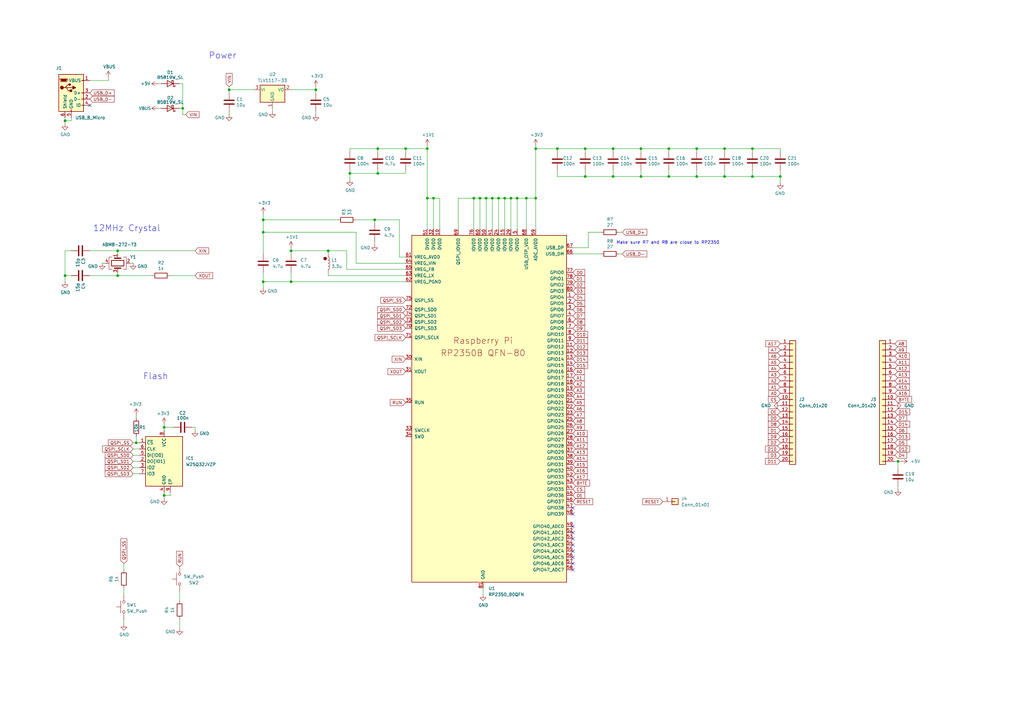
<source format=kicad_sch>
(kicad_sch (version 20231120) (generator "eeschema") (generator_version "8.0")
  (paper "A3")
  (title_block (title "RPROM") (date "2025-07-17") (rev "1") (company "Niklas Ekström, Per Bengtsson"))
  (junction (at 119.38 115.57))
  (junction (at 297.18 60.96))
  (junction (at 107.95 115.57))
  (junction (at 219.71 81.28))
  (junction (at 67.31 203.2))
  (junction (at 194.31 81.28))
  (junction (at 320.04 72.39))
  (junction (at 175.26 81.28))
  (junction (at 55.88 181.61))
  (junction (at 154.94 71.12))
  (junction (at 219.71 60.96))
  (junction (at 196.85 81.28))
  (junction (at 26.67 49.53))
  (junction (at 26.67 113.03))
  (junction (at 251.46 72.39))
  (junction (at 262.89 72.39))
  (junction (at 74.93 44.45))
  (junction (at 209.55 81.28))
  (junction (at 154.94 60.96))
  (junction (at 207.01 81.28))
  (junction (at 228.6 60.96))
  (junction (at 308.61 72.39))
  (junction (at 107.95 90.17))
  (junction (at 368.3 189.23))
  (junction (at 285.75 72.39))
  (junction (at 204.47 81.28))
  (junction (at 240.03 60.96))
  (junction (at 199.39 81.28))
  (junction (at 262.89 60.96))
  (junction (at 153.67 90.17))
  (junction (at 175.26 60.96))
  (junction (at 212.09 81.28))
  (junction (at 297.18 72.39))
  (junction (at 308.61 60.96))
  (junction (at 48.26 102.87))
  (junction (at 166.37 60.96))
  (junction (at 240.03 72.39))
  (junction (at 48.26 113.03))
  (junction (at 274.32 60.96))
  (junction (at 134.62 102.87))
  (junction (at 67.31 175.26))
  (junction (at 274.32 72.39))
  (junction (at 177.8 81.28))
  (junction (at 285.75 60.96))
  (junction (at 215.9 81.28))
  (junction (at 119.38 102.87))
  (junction (at 129.54 36.83))
  (junction (at 251.46 60.96))
  (junction (at 201.93 81.28))
  (junction (at 143.51 71.12))
  (junction (at 93.98 36.83))
  (junction (at 107.95 95.25))
  (no_connect (at 234.95 228.6))
  (no_connect (at 234.95 223.52))
  (no_connect (at 234.95 218.44))
  (no_connect (at 234.95 220.98))
  (no_connect (at 234.95 231.14))
  (no_connect (at 234.95 215.9))
  (no_connect (at 234.95 226.06))
  (no_connect (at 234.95 208.28))
  (no_connect (at 234.95 233.68))
  (no_connect (at 36.83 43.18))
  (no_connect (at 234.95 210.82))
  (wire (pts (xy 107.95 111.76) (xy 107.95 115.57)))
  (wire (pts (xy 74.93 34.29) (xy 74.93 44.45)))
  (wire (pts (xy 50.8 241.3) (xy 50.8 243.84)))
  (wire (pts (xy 154.94 60.96) (xy 166.37 60.96)))
  (wire (pts (xy 107.95 95.25) (xy 146.05 95.25)))
  (wire (pts (xy 129.54 36.83) (xy 129.54 35.56)))
  (wire (pts (xy 274.32 62.23) (xy 274.32 60.96)))
  (wire (pts (xy 64.77 34.29) (xy 66.04 34.29)))
  (wire (pts (xy 274.32 69.85) (xy 274.32 72.39)))
  (wire (pts (xy 107.95 115.57) (xy 107.95 118.11)))
  (wire (pts (xy 228.6 60.96) (xy 240.03 60.96)))
  (wire (pts (xy 207.01 81.28) (xy 209.55 81.28)))
  (wire (pts (xy 154.94 62.23) (xy 154.94 60.96)))
  (wire (pts (xy 154.94 71.12) (xy 166.37 71.12)))
  (wire (pts (xy 26.67 48.26) (xy 26.67 49.53)))
  (wire (pts (xy 54.61 181.61) (xy 55.88 181.61)))
  (wire (pts (xy 143.51 69.85) (xy 143.51 71.12)))
  (wire (pts (xy 44.45 31.75) (xy 44.45 33.02)))
  (wire (pts (xy 234.95 101.6) (xy 241.3 101.6)))
  (wire (pts (xy 50.8 231.14) (xy 50.8 233.68)))
  (wire (pts (xy 285.75 62.23) (xy 285.75 60.96)))
  (wire (pts (xy 36.83 113.03) (xy 48.26 113.03)))
  (wire (pts (xy 142.24 102.87) (xy 134.62 102.87)))
  (wire (pts (xy 262.89 62.23) (xy 262.89 60.96)))
  (wire (pts (xy 146.05 90.17) (xy 153.67 90.17)))
  (wire (pts (xy 107.95 90.17) (xy 138.43 90.17)))
  (wire (pts (xy 262.89 69.85) (xy 262.89 72.39)))
  (wire (pts (xy 73.66 34.29) (xy 74.93 34.29)))
  (wire (pts (xy 153.67 90.17) (xy 163.83 90.17)))
  (wire (pts (xy 74.93 46.99) (xy 76.2 46.99)))
  (wire (pts (xy 67.31 175.26) (xy 71.12 175.26)))
  (wire (pts (xy 199.39 93.98) (xy 199.39 81.28)))
  (wire (pts (xy 29.21 48.26) (xy 29.21 49.53)))
  (wire (pts (xy 219.71 81.28) (xy 219.71 93.98)))
  (wire (pts (xy 212.09 81.28) (xy 212.09 93.98)))
  (wire (pts (xy 187.96 93.98) (xy 187.96 81.28)))
  (wire (pts (xy 297.18 60.96) (xy 308.61 60.96)))
  (wire (pts (xy 78.74 175.26) (xy 80.01 175.26)))
  (wire (pts (xy 308.61 72.39) (xy 297.18 72.39)))
  (wire (pts (xy 201.93 81.28) (xy 204.47 81.28)))
  (wire (pts (xy 274.32 72.39) (xy 262.89 72.39)))
  (wire (pts (xy 308.61 69.85) (xy 308.61 72.39)))
  (wire (pts (xy 175.26 60.96) (xy 175.26 81.28)))
  (wire (pts (xy 196.85 81.28) (xy 199.39 81.28)))
  (wire (pts (xy 146.05 95.25) (xy 146.05 107.95)))
  (wire (pts (xy 368.3 189.23) (xy 369.57 189.23)))
  (wire (pts (xy 201.93 93.98) (xy 201.93 81.28)))
  (wire (pts (xy 53.34 107.95) (xy 54.61 107.95)))
  (wire (pts (xy 199.39 81.28) (xy 201.93 81.28)))
  (wire (pts (xy 93.98 38.1) (xy 93.98 36.83)))
  (wire (pts (xy 73.66 44.45) (xy 74.93 44.45)))
  (wire (pts (xy 274.32 60.96) (xy 285.75 60.96)))
  (wire (pts (xy 240.03 60.96) (xy 251.46 60.96)))
  (wire (pts (xy 107.95 115.57) (xy 119.38 115.57)))
  (wire (pts (xy 134.62 113.03) (xy 166.37 113.03)))
  (wire (pts (xy 240.03 69.85) (xy 240.03 72.39)))
  (wire (pts (xy 29.21 113.03) (xy 26.67 113.03)))
  (wire (pts (xy 119.38 101.6) (xy 119.38 102.87)))
  (wire (pts (xy 64.77 44.45) (xy 66.04 44.45)))
  (wire (pts (xy 143.51 62.23) (xy 143.51 60.96)))
  (wire (pts (xy 153.67 100.33) (xy 153.67 99.06)))
  (wire (pts (xy 134.62 113.03) (xy 134.62 111.76)))
  (wire (pts (xy 153.67 90.17) (xy 153.67 91.44)))
  (wire (pts (xy 209.55 81.28) (xy 212.09 81.28)))
  (wire (pts (xy 67.31 173.99) (xy 67.31 175.26)))
  (wire (pts (xy 26.67 113.03) (xy 26.67 115.57)))
  (wire (pts (xy 69.85 203.2) (xy 67.31 203.2)))
  (wire (pts (xy 175.26 81.28) (xy 175.26 93.98)))
  (wire (pts (xy 142.24 110.49) (xy 142.24 102.87)))
  (wire (pts (xy 41.91 107.95) (xy 43.18 107.95)))
  (wire (pts (xy 54.61 191.77) (xy 57.15 191.77)))
  (wire (pts (xy 54.61 189.23) (xy 57.15 189.23)))
  (wire (pts (xy 143.51 71.12) (xy 143.51 73.66)))
  (wire (pts (xy 204.47 81.28) (xy 207.01 81.28)))
  (wire (pts (xy 119.38 36.83) (xy 129.54 36.83)))
  (wire (pts (xy 154.94 69.85) (xy 154.94 71.12)))
  (wire (pts (xy 308.61 60.96) (xy 320.04 60.96)))
  (wire (pts (xy 251.46 62.23) (xy 251.46 60.96)))
  (wire (pts (xy 36.83 102.87) (xy 48.26 102.87)))
  (wire (pts (xy 198.12 241.3) (xy 198.12 243.84)))
  (wire (pts (xy 26.67 102.87) (xy 26.67 113.03)))
  (wire (pts (xy 93.98 45.72) (xy 93.98 46.99)))
  (wire (pts (xy 180.34 81.28) (xy 180.34 93.98)))
  (wire (pts (xy 194.31 93.98) (xy 194.31 81.28)))
  (wire (pts (xy 143.51 60.96) (xy 154.94 60.96)))
  (wire (pts (xy 254 95.25) (xy 255.27 95.25)))
  (wire (pts (xy 320.04 62.23) (xy 320.04 60.96)))
  (wire (pts (xy 241.3 95.25) (xy 241.3 101.6)))
  (wire (pts (xy 297.18 69.85) (xy 297.18 72.39)))
  (wire (pts (xy 219.71 59.69) (xy 219.71 60.96)))
  (wire (pts (xy 297.18 62.23) (xy 297.18 60.96)))
  (wire (pts (xy 80.01 175.26) (xy 80.01 176.53)))
  (wire (pts (xy 48.26 111.76) (xy 48.26 113.03)))
  (wire (pts (xy 367.03 189.23) (xy 368.3 189.23)))
  (wire (pts (xy 308.61 62.23) (xy 308.61 60.96)))
  (wire (pts (xy 251.46 60.96) (xy 262.89 60.96)))
  (wire (pts (xy 73.66 246.38) (xy 73.66 242.57)))
  (wire (pts (xy 74.93 44.45) (xy 74.93 46.99)))
  (wire (pts (xy 320.04 72.39) (xy 308.61 72.39)))
  (wire (pts (xy 54.61 186.69) (xy 57.15 186.69)))
  (wire (pts (xy 166.37 60.96) (xy 175.26 60.96)))
  (wire (pts (xy 285.75 60.96) (xy 297.18 60.96)))
  (wire (pts (xy 67.31 203.2) (xy 67.31 204.47)))
  (wire (pts (xy 119.38 115.57) (xy 166.37 115.57)))
  (wire (pts (xy 297.18 72.39) (xy 285.75 72.39)))
  (wire (pts (xy 69.85 201.93) (xy 69.85 203.2)))
  (wire (pts (xy 219.71 60.96) (xy 228.6 60.96)))
  (wire (pts (xy 55.88 181.61) (xy 57.15 181.61)))
  (wire (pts (xy 119.38 111.76) (xy 119.38 115.57)))
  (wire (pts (xy 54.61 184.15) (xy 57.15 184.15)))
  (wire (pts (xy 29.21 49.53) (xy 26.67 49.53)))
  (wire (pts (xy 163.83 90.17) (xy 163.83 105.41)))
  (wire (pts (xy 285.75 69.85) (xy 285.75 72.39)))
  (wire (pts (xy 241.3 95.25) (xy 246.38 95.25)))
  (wire (pts (xy 368.3 189.23) (xy 368.3 191.77)))
  (wire (pts (xy 177.8 81.28) (xy 180.34 81.28)))
  (wire (pts (xy 67.31 175.26) (xy 67.31 176.53)))
  (wire (pts (xy 48.26 113.03) (xy 62.23 113.03)))
  (wire (pts (xy 254 104.14) (xy 255.27 104.14)))
  (wire (pts (xy 163.83 105.41) (xy 166.37 105.41)))
  (wire (pts (xy 196.85 93.98) (xy 196.85 81.28)))
  (wire (pts (xy 67.31 201.93) (xy 67.31 203.2)))
  (wire (pts (xy 50.8 254) (xy 50.8 255.905)))
  (wire (pts (xy 251.46 69.85) (xy 251.46 72.39)))
  (wire (pts (xy 29.21 102.87) (xy 26.67 102.87)))
  (wire (pts (xy 209.55 93.98) (xy 209.55 81.28)))
  (wire (pts (xy 175.26 59.69) (xy 175.26 60.96)))
  (wire (pts (xy 107.95 90.17) (xy 107.95 95.25)))
  (wire (pts (xy 55.88 170.18) (xy 55.88 171.45)))
  (wire (pts (xy 119.38 102.87) (xy 134.62 102.87)))
  (wire (pts (xy 215.9 93.98) (xy 215.9 81.28)))
  (wire (pts (xy 320.04 72.39) (xy 320.04 74.93)))
  (wire (pts (xy 215.9 81.28) (xy 219.71 81.28)))
  (wire (pts (xy 212.09 81.28) (xy 215.9 81.28)))
  (wire (pts (xy 251.46 72.39) (xy 240.03 72.39)))
  (wire (pts (xy 262.89 72.39) (xy 251.46 72.39)))
  (wire (pts (xy 48.26 102.87) (xy 80.01 102.87)))
  (wire (pts (xy 107.95 87.63) (xy 107.95 90.17)))
  (wire (pts (xy 134.62 102.87) (xy 134.62 104.14)))
  (wire (pts (xy 194.31 81.28) (xy 196.85 81.28)))
  (wire (pts (xy 204.47 93.98) (xy 204.47 81.28)))
  (wire (pts (xy 228.6 62.23) (xy 228.6 60.96)))
  (wire (pts (xy 111.76 44.45) (xy 111.76 45.72)))
  (wire (pts (xy 166.37 62.23) (xy 166.37 60.96)))
  (wire (pts (xy 129.54 38.1) (xy 129.54 36.83)))
  (wire (pts (xy 285.75 72.39) (xy 274.32 72.39)))
  (wire (pts (xy 143.51 71.12) (xy 154.94 71.12)))
  (wire (pts (xy 187.96 81.28) (xy 194.31 81.28)))
  (wire (pts (xy 146.05 107.95) (xy 166.37 107.95)))
  (wire (pts (xy 36.83 33.02) (xy 44.45 33.02)))
  (wire (pts (xy 177.8 81.28) (xy 175.26 81.28)))
  (wire (pts (xy 104.14 36.83) (xy 93.98 36.83)))
  (wire (pts (xy 207.01 81.28) (xy 207.01 93.98)))
  (wire (pts (xy 166.37 110.49) (xy 142.24 110.49)))
  (wire (pts (xy 26.67 49.53) (xy 26.67 50.8)))
  (wire (pts (xy 129.54 45.72) (xy 129.54 46.99)))
  (wire (pts (xy 240.03 62.23) (xy 240.03 60.96)))
  (wire (pts (xy 234.95 104.14) (xy 246.38 104.14)))
  (wire (pts (xy 240.03 72.39) (xy 228.6 72.39)))
  (wire (pts (xy 73.66 254) (xy 73.66 257.81)))
  (wire (pts (xy 228.6 69.85) (xy 228.6 72.39)))
  (wire (pts (xy 48.26 104.14) (xy 48.26 102.87)))
  (wire (pts (xy 219.71 60.96) (xy 219.71 81.28)))
  (wire (pts (xy 119.38 104.14) (xy 119.38 102.87)))
  (wire (pts (xy 368.3 199.39) (xy 368.3 200.66)))
  (wire (pts (xy 69.85 113.03) (xy 80.01 113.03)))
  (wire (pts (xy 262.89 60.96) (xy 274.32 60.96)))
  (wire (pts (xy 93.98 35.56) (xy 93.98 36.83)))
  (wire (pts (xy 166.37 71.12) (xy 166.37 69.85)))
  (wire (pts (xy 107.95 95.25) (xy 107.95 104.14)))
  (wire (pts (xy 55.88 179.07) (xy 55.88 181.61)))
  (wire (pts (xy 177.8 93.98) (xy 177.8 81.28)))
  (wire (pts (xy 320.04 69.85) (xy 320.04 72.39)))
  (wire (pts (xy 54.61 194.31) (xy 57.15 194.31)))
  (circle (center 133.35 106.045) (radius 0.635) (stroke (width 0) (color 132 0 0 1)) (fill (type color) (color 132 0 0 1)))
  (text "12MHz Crystal" (at 38.1 95.25 0) (effects (font (size 2.54 2.54)) (justify left bottom)))
  (text "Make sure R7 and R8 are close to RP2350\n" (at 252.73 100.33 0) (effects (font (size 1.27 1.27)) (justify left bottom)))
  (text "Flash" (at 58.674 155.956 0) (effects (font (size 2.54 2.54)) (justify left bottom)))
  (text "Power" (at 85.598 24.384 0) (effects (font (size 2.54 2.54)) (justify left bottom)))
  (global_label "A4" (shape input) (at 320.04 151.13 180) (property "Intersheetrefs" "${INTERSHEET_REFS}" (effects (hide yes))))
  (global_label "D9" (shape input) (at 320.04 179.07 180) (property "Intersheetrefs" "${INTERSHEET_REFS}" (effects (hide yes))))
  (global_label "A16" (shape input) (at 367.03 161.29 0) (property "Intersheetrefs" "${INTERSHEET_REFS}" (effects (hide yes))))
  (global_label "A13" (shape input) (at 367.03 153.67 0) (property "Intersheetrefs" "${INTERSHEET_REFS}" (effects (hide yes))))
  (global_label "D1" (shape input) (at 320.04 176.53 180) (property "Intersheetrefs" "${INTERSHEET_REFS}" (effects (hide yes))))
  (global_label "CS" (shape input) (at 234.95 200.66 0) (property "Intersheetrefs" "${INTERSHEET_REFS}" (effects (hide yes))))
  (global_label "USB_D-" (shape input) (at 255.27 104.14 0) (property "Intersheetrefs" "${INTERSHEET_REFS}" (effects (hide yes))))
  (global_label "QSPI_SS" (shape input) (at 166.37 123.19 180) (property "Intersheetrefs" "${INTERSHEET_REFS}" (effects (hide yes))))
  (global_label "A14" (shape input) (at 234.95 187.96 0) (property "Intersheetrefs" "${INTERSHEET_REFS}" (effects (hide yes))))
  (global_label "BYTE" (shape input) (at 367.03 163.83 0) (property "Intersheetrefs" "${INTERSHEET_REFS}" (effects (hide yes))))
  (global_label "RUN" (shape input) (at 166.37 165.1 180) (property "Intersheetrefs" "${INTERSHEET_REFS}" (effects (hide yes))))
  (global_label "D15" (shape input) (at 234.95 149.86 0) (property "Intersheetrefs" "${INTERSHEET_REFS}" (effects (hide yes))))
  (global_label "XIN" (shape input) (at 166.37 147.32 180) (property "Intersheetrefs" "${INTERSHEET_REFS}" (effects (hide yes))))
  (global_label "D10" (shape input) (at 320.04 184.15 180) (property "Intersheetrefs" "${INTERSHEET_REFS}" (effects (hide yes))))
  (global_label "A8" (shape input) (at 234.95 172.72 0) (property "Intersheetrefs" "${INTERSHEET_REFS}" (effects (hide yes))))
  (global_label "A17" (shape input) (at 234.95 195.58 0) (property "Intersheetrefs" "${INTERSHEET_REFS}" (effects (hide yes))))
  (global_label "A7" (shape input) (at 234.95 170.18 0) (property "Intersheetrefs" "${INTERSHEET_REFS}" (effects (hide yes))))
  (global_label "A15" (shape input) (at 367.03 158.75 0) (property "Intersheetrefs" "${INTERSHEET_REFS}" (effects (hide yes))))
  (global_label "D11" (shape input) (at 320.04 189.23 180) (property "Intersheetrefs" "${INTERSHEET_REFS}" (effects (hide yes))))
  (global_label "D7" (shape input) (at 367.03 171.45 0) (property "Intersheetrefs" "${INTERSHEET_REFS}" (effects (hide yes))))
  (global_label "A5" (shape input) (at 320.04 148.59 180) (property "Intersheetrefs" "${INTERSHEET_REFS}" (effects (hide yes))))
  (global_label "D6" (shape input) (at 234.95 127 0) (property "Intersheetrefs" "${INTERSHEET_REFS}" (effects (hide yes))))
  (global_label "QSPI_SD3" (shape input) (at 166.37 134.62 180) (property "Intersheetrefs" "${INTERSHEET_REFS}" (effects (hide yes))))
  (global_label "D4" (shape input) (at 234.95 121.92 0) (property "Intersheetrefs" "${INTERSHEET_REFS}" (effects (hide yes))))
  (global_label "QSPI_SD3" (shape input) (at 54.61 194.31 180) (property "Intersheetrefs" "${INTERSHEET_REFS}" (effects (hide yes))))
  (global_label "D5" (shape input) (at 234.95 124.46 0) (property "Intersheetrefs" "${INTERSHEET_REFS}" (effects (hide yes))))
  (global_label "QSPI_SD0" (shape input) (at 54.61 186.69 180) (property "Intersheetrefs" "${INTERSHEET_REFS}" (effects (hide yes))))
  (global_label "D4" (shape input) (at 367.03 186.69 0) (property "Intersheetrefs" "${INTERSHEET_REFS}" (effects (hide yes))))
  (global_label "A11" (shape input) (at 367.03 148.59 0) (property "Intersheetrefs" "${INTERSHEET_REFS}" (effects (hide yes))))
  (global_label "D8" (shape input) (at 320.04 173.99 180) (property "Intersheetrefs" "${INTERSHEET_REFS}" (effects (hide yes))))
  (global_label "VIN" (shape input) (at 76.2 46.99 0) (property "Intersheetrefs" "${INTERSHEET_REFS}" (effects (hide yes))))
  (global_label "D8" (shape input) (at 234.95 132.08 0) (property "Intersheetrefs" "${INTERSHEET_REFS}" (effects (hide yes))))
  (global_label "A3" (shape input) (at 234.95 160.02 0) (property "Intersheetrefs" "${INTERSHEET_REFS}" (effects (hide yes))))
  (global_label "A9" (shape input) (at 367.03 143.51 0) (property "Intersheetrefs" "${INTERSHEET_REFS}" (effects (hide yes))))
  (global_label "A0" (shape input) (at 320.04 161.29 180) (property "Intersheetrefs" "${INTERSHEET_REFS}" (effects (hide yes))))
  (global_label "A12" (shape input) (at 234.95 182.88 0) (property "Intersheetrefs" "${INTERSHEET_REFS}" (effects (hide yes))))
  (global_label "A3" (shape input) (at 320.04 153.67 180) (property "Intersheetrefs" "${INTERSHEET_REFS}" (effects (hide yes))))
  (global_label "D5" (shape input) (at 367.03 181.61 0) (property "Intersheetrefs" "${INTERSHEET_REFS}" (effects (hide yes))))
  (global_label "A11" (shape input) (at 234.95 180.34 0) (property "Intersheetrefs" "${INTERSHEET_REFS}" (effects (hide yes))))
  (global_label "D10" (shape input) (at 234.95 137.16 0) (property "Intersheetrefs" "${INTERSHEET_REFS}" (effects (hide yes))))
  (global_label "QSPI_SS" (shape input) (at 50.8 231.14 90) (property "Intersheetrefs" "${INTERSHEET_REFS}" (effects (hide yes))))
  (global_label "VIN" (shape input) (at 93.98 35.56 90) (property "Intersheetrefs" "${INTERSHEET_REFS}" (effects (hide yes))))
  (global_label "D12" (shape input) (at 234.95 142.24 0) (property "Intersheetrefs" "${INTERSHEET_REFS}" (effects (hide yes))))
  (global_label "A10" (shape input) (at 234.95 177.8 0) (property "Intersheetrefs" "${INTERSHEET_REFS}" (effects (hide yes))))
  (global_label "XIN" (shape input) (at 80.01 102.87 0) (property "Intersheetrefs" "${INTERSHEET_REFS}" (effects (hide yes))))
  (global_label "D0" (shape input) (at 320.04 171.45 180) (property "Intersheetrefs" "${INTERSHEET_REFS}" (effects (hide yes))))
  (global_label "D11" (shape input) (at 234.95 139.7 0) (property "Intersheetrefs" "${INTERSHEET_REFS}" (effects (hide yes))))
  (global_label "CS" (shape input) (at 320.04 163.83 180) (property "Intersheetrefs" "${INTERSHEET_REFS}" (effects (hide yes))))
  (global_label "A9" (shape input) (at 234.95 175.26 0) (property "Intersheetrefs" "${INTERSHEET_REFS}" (effects (hide yes))))
  (global_label "A1" (shape input) (at 320.04 158.75 180) (property "Intersheetrefs" "${INTERSHEET_REFS}" (effects (hide yes))))
  (global_label "A4" (shape input) (at 234.95 162.56 0) (property "Intersheetrefs" "${INTERSHEET_REFS}" (effects (hide yes))))
  (global_label "D14" (shape input) (at 367.03 173.99 0) (property "Intersheetrefs" "${INTERSHEET_REFS}" (effects (hide yes))))
  (global_label "USB_D+" (shape input) (at 255.27 95.25 0) (property "Intersheetrefs" "${INTERSHEET_REFS}" (effects (hide yes))))
  (global_label "XOUT" (shape input) (at 166.37 152.4 180) (property "Intersheetrefs" "${INTERSHEET_REFS}" (effects (hide yes))))
  (global_label "A2" (shape input) (at 234.95 157.48 0) (property "Intersheetrefs" "${INTERSHEET_REFS}" (effects (hide yes))))
  (global_label "A7" (shape input) (at 320.04 143.51 180) (property "Intersheetrefs" "${INTERSHEET_REFS}" (effects (hide yes))))
  (global_label "A0" (shape input) (at 234.95 152.4 0) (property "Intersheetrefs" "${INTERSHEET_REFS}" (effects (hide yes))))
  (global_label "A15" (shape input) (at 234.95 190.5 0) (property "Intersheetrefs" "${INTERSHEET_REFS}" (effects (hide yes))))
  (global_label "D6" (shape input) (at 367.03 176.53 0) (property "Intersheetrefs" "${INTERSHEET_REFS}" (effects (hide yes))))
  (global_label "D7" (shape input) (at 234.95 129.54 0) (property "Intersheetrefs" "${INTERSHEET_REFS}" (effects (hide yes))))
  (global_label "QSPI_SD0" (shape input) (at 166.37 127 180) (property "Intersheetrefs" "${INTERSHEET_REFS}" (effects (hide yes))))
  (global_label "A6" (shape input) (at 234.95 167.64 0) (property "Intersheetrefs" "${INTERSHEET_REFS}" (effects (hide yes))))
  (global_label "QSPI_SCLK" (shape input) (at 54.61 184.15 180) (property "Intersheetrefs" "${INTERSHEET_REFS}" (effects (hide yes))))
  (global_label "D12" (shape input) (at 367.03 184.15 0) (property "Intersheetrefs" "${INTERSHEET_REFS}" (effects (hide yes))))
  (global_label "QSPI_SCLK" (shape input) (at 166.37 138.43 180) (property "Intersheetrefs" "${INTERSHEET_REFS}" (effects (hide yes))))
  (global_label "QSPI_SD1" (shape input) (at 166.37 129.54 180) (property "Intersheetrefs" "${INTERSHEET_REFS}" (effects (hide yes))))
  (global_label "A8" (shape input) (at 367.03 140.97 0) (property "Intersheetrefs" "${INTERSHEET_REFS}" (effects (hide yes))))
  (global_label "D13" (shape input) (at 234.95 144.78 0) (property "Intersheetrefs" "${INTERSHEET_REFS}" (effects (hide yes))))
  (global_label "D0" (shape input) (at 234.95 111.76 0) (property "Intersheetrefs" "${INTERSHEET_REFS}" (effects (hide yes))))
  (global_label "OE" (shape input) (at 320.04 168.91 180) (property "Intersheetrefs" "${INTERSHEET_REFS}" (effects (hide yes))))
  (global_label "RESET" (shape input) (at 234.95 205.74 0) (property "Intersheetrefs" "${INTERSHEET_REFS}" (effects (hide yes))))
  (global_label "RESET" (shape input) (at 271.78 205.74 180) (property "Intersheetrefs" "${INTERSHEET_REFS}" (effects (hide yes))))
  (global_label "D15" (shape input) (at 367.03 168.91 0) (property "Intersheetrefs" "${INTERSHEET_REFS}" (effects (hide yes))))
  (global_label "A16" (shape input) (at 234.95 193.04 0) (property "Intersheetrefs" "${INTERSHEET_REFS}" (effects (hide yes))))
  (global_label "D14" (shape input) (at 234.95 147.32 0) (property "Intersheetrefs" "${INTERSHEET_REFS}" (effects (hide yes))))
  (global_label "D1" (shape input) (at 234.95 114.3 0) (property "Intersheetrefs" "${INTERSHEET_REFS}" (effects (hide yes))))
  (global_label "A1" (shape input) (at 234.95 154.94 0) (property "Intersheetrefs" "${INTERSHEET_REFS}" (effects (hide yes))))
  (global_label "QSPI_SS" (shape input) (at 54.61 181.61 180) (property "Intersheetrefs" "${INTERSHEET_REFS}" (effects (hide yes))))
  (global_label "A2" (shape input) (at 320.04 156.21 180) (property "Intersheetrefs" "${INTERSHEET_REFS}" (effects (hide yes))))
  (global_label "QSPI_SD2" (shape input) (at 54.61 191.77 180) (property "Intersheetrefs" "${INTERSHEET_REFS}" (effects (hide yes))))
  (global_label "BYTE" (shape input) (at 234.95 198.12 0) (property "Intersheetrefs" "${INTERSHEET_REFS}" (effects (hide yes))))
  (global_label "A10" (shape input) (at 367.03 146.05 0) (property "Intersheetrefs" "${INTERSHEET_REFS}" (effects (hide yes))))
  (global_label "USB_D-" (shape input) (at 36.83 40.64 0) (property "Intersheetrefs" "${INTERSHEET_REFS}" (effects (hide yes))))
  (global_label "A5" (shape input) (at 234.95 165.1 0) (property "Intersheetrefs" "${INTERSHEET_REFS}" (effects (hide yes))))
  (global_label "D2" (shape input) (at 234.95 116.84 0) (property "Intersheetrefs" "${INTERSHEET_REFS}" (effects (hide yes))))
  (global_label "OE" (shape input) (at 234.95 203.2 0) (property "Intersheetrefs" "${INTERSHEET_REFS}" (effects (hide yes))))
  (global_label "A14" (shape input) (at 367.03 156.21 0) (property "Intersheetrefs" "${INTERSHEET_REFS}" (effects (hide yes))))
  (global_label "A12" (shape input) (at 367.03 151.13 0) (property "Intersheetrefs" "${INTERSHEET_REFS}" (effects (hide yes))))
  (global_label "XOUT" (shape input) (at 80.01 113.03 0) (property "Intersheetrefs" "${INTERSHEET_REFS}" (effects (hide yes))))
  (global_label "D3" (shape input) (at 234.95 119.38 0) (property "Intersheetrefs" "${INTERSHEET_REFS}" (effects (hide yes))))
  (global_label "A6" (shape input) (at 320.04 146.05 180) (property "Intersheetrefs" "${INTERSHEET_REFS}" (effects (hide yes))))
  (global_label "USB_D+" (shape input) (at 36.83 38.1 0) (property "Intersheetrefs" "${INTERSHEET_REFS}" (effects (hide yes))))
  (global_label "D9" (shape input) (at 234.95 134.62 0) (property "Intersheetrefs" "${INTERSHEET_REFS}" (effects (hide yes))))
  (global_label "RUN" (shape input) (at 73.66 232.41 90) (property "Intersheetrefs" "${INTERSHEET_REFS}" (effects (hide yes))))
  (global_label "A13" (shape input) (at 234.95 185.42 0) (property "Intersheetrefs" "${INTERSHEET_REFS}" (effects (hide yes))))
  (global_label "QSPI_SD1" (shape input) (at 54.61 189.23 180) (property "Intersheetrefs" "${INTERSHEET_REFS}" (effects (hide yes))))
  (global_label "D13" (shape input) (at 367.03 179.07 0) (property "Intersheetrefs" "${INTERSHEET_REFS}" (effects (hide yes))))
  (global_label "D3" (shape input) (at 320.04 186.69 180) (property "Intersheetrefs" "${INTERSHEET_REFS}" (effects (hide yes))))
  (global_label "QSPI_SD2" (shape input) (at 166.37 132.08 180) (property "Intersheetrefs" "${INTERSHEET_REFS}" (effects (hide yes))))
  (global_label "A17" (shape input) (at 320.04 140.97 180) (property "Intersheetrefs" "${INTERSHEET_REFS}" (effects (hide yes))))
  (global_label "D2" (shape input) (at 320.04 181.61 180) (property "Intersheetrefs" "${INTERSHEET_REFS}" (effects (hide yes))))
  (symbol (lib_id "Device:C") (at 33.02 102.87 270) (unit 1)
    (property "Reference" "C3" (at 34.1884 105.791 0) (effects (justify left)))
    (property "Value" "15p" (at 31.877 105.791 0) (effects (justify left)))
    (property "Footprint" "Capacitor_SMD:C_0402_1005Metric" (effects (hide yes)))
  )
  (symbol (lib_id "Device:C") (at 33.02 113.03 270) (unit 1)
    (property "Reference" "C4" (at 34.1884 115.951 0) (effects (justify left)))
    (property "Value" "15p" (at 31.877 115.951 0) (effects (justify left)))
    (property "Footprint" "Capacitor_SMD:C_0402_1005Metric" (effects (hide yes)))
  )
  (symbol (lib_id "power:GND") (at 26.67 115.57 0) (unit 1)
    (property "Reference" "#PWR08" (effects (hide yes)))
    (property "Value" "GND" (at 26.797 119.9642 0))
  )
  (symbol (lib_id "Connector:USB_B_Micro") (at 29.21 38.1 0) (unit 1)
    (property "Reference" "J1" (at 25.4 27.94 0) (effects (justify right)))
    (property "Value" "USB_B_Micro" (at 43.18 48.26 0) (effects (justify right)))
    (property "Footprint" "Connector_USB:USB_Micro-B_Amphenol_10103594-0001LF_Horizontal" (effects (hide yes)))
  )
  (symbol (lib_id "power:GND") (at 198.12 243.84 0) (unit 1)
    (property "Reference" "#PWR021" (effects (hide yes)))
    (property "Value" "GND" (at 198.247 248.2342 0))
  )
  (symbol (lib_id "Device:R") (at 250.19 95.25 270) (unit 1)
    (property "Reference" "R7" (at 250.19 89.9922 90))
    (property "Value" "27" (at 250.19 92.3036 90))
    (property "Footprint" "Resistor_SMD:R_0402_1005Metric" (effects (hide yes)))
  )
  (symbol (lib_id "Device:R") (at 250.19 104.14 270) (unit 1)
    (property "Reference" "R8" (at 250.19 98.8822 90))
    (property "Value" "27" (at 250.19 101.1936 90))
    (property "Footprint" "Resistor_SMD:R_0402_1005Metric" (effects (hide yes)))
  )
  (symbol (lib_id "power:GND") (at 26.67 50.8 0) (unit 1)
    (property "Reference" "#PWR01" (effects (hide yes)))
    (property "Value" "GND" (at 26.797 55.1942 0))
  )
  (symbol (lib_id "power:+3V3") (at 219.71 59.69 0) (unit 1)
    (property "Reference" "#PWR022" (effects (hide yes)))
    (property "Value" "+3V3" (at 220.091 55.2958 0))
  )
  (symbol (lib_id "Device:C") (at 251.46 66.04 0) (unit 1)
    (property "Reference" "C14" (at 254.381 64.8716 0) (effects (justify left)))
    (property "Value" "100n" (at 254.381 67.183 0) (effects (justify left)))
    (property "Footprint" "Capacitor_SMD:C_0402_1005Metric" (effects (hide yes)))
  )
  (symbol (lib_id "Device:C") (at 262.89 66.04 0) (unit 1)
    (property "Reference" "C15" (at 265.811 64.8716 0) (effects (justify left)))
    (property "Value" "100n" (at 265.811 67.183 0) (effects (justify left)))
    (property "Footprint" "Capacitor_SMD:C_0402_1005Metric" (effects (hide yes)))
  )
  (symbol (lib_id "Device:C") (at 274.32 66.04 0) (unit 1)
    (property "Reference" "C16" (at 277.241 64.8716 0) (effects (justify left)))
    (property "Value" "100n" (at 277.241 67.183 0) (effects (justify left)))
    (property "Footprint" "Capacitor_SMD:C_0402_1005Metric" (effects (hide yes)))
  )
  (symbol (lib_id "Device:C") (at 285.75 66.04 0) (unit 1)
    (property "Reference" "C17" (at 288.671 64.8716 0) (effects (justify left)))
    (property "Value" "100n" (at 288.671 67.183 0) (effects (justify left)))
    (property "Footprint" "Capacitor_SMD:C_0402_1005Metric" (effects (hide yes)))
  )
  (symbol (lib_id "Device:C") (at 297.18 66.04 0) (unit 1)
    (property "Reference" "C18" (at 300.101 64.8716 0) (effects (justify left)))
    (property "Value" "100n" (at 300.101 67.183 0) (effects (justify left)))
    (property "Footprint" "Capacitor_SMD:C_0402_1005Metric" (effects (hide yes)))
  )
  (symbol (lib_id "Device:C") (at 308.61 66.04 0) (unit 1)
    (property "Reference" "C20" (at 311.531 64.8716 0) (effects (justify left)))
    (property "Value" "100n" (at 311.531 67.183 0) (effects (justify left)))
    (property "Footprint" "Capacitor_SMD:C_0402_1005Metric" (effects (hide yes)))
  )
  (symbol (lib_id "power:VBUS") (at 44.45 31.75 0) (unit 1)
    (property "Reference" "#PWR02" (effects (hide yes)))
    (property "Value" "VBUS" (at 44.831 27.3558 0))
  )
  (symbol (lib_id "power:GND") (at 111.76 45.72 0) (unit 1)
    (property "Reference" "#PWR07" (effects (hide yes)))
    (property "Value" "GND" (at 107.95 46.99 0))
  )
  (symbol (lib_id "power:+3V3") (at 129.54 35.56 0) (unit 1)
    (property "Reference" "#PWR010" (effects (hide yes)))
    (property "Value" "+3V3" (at 129.921 31.1658 0))
  )
  (symbol (lib_id "Device:C") (at 93.98 41.91 0) (unit 1)
    (property "Reference" "C1" (at 96.901 40.7416 0) (effects (justify left)))
    (property "Value" "10u" (at 96.901 43.053 0) (effects (justify left)))
    (property "Footprint" "Capacitor_SMD:C_0805_2012Metric" (effects (hide yes)))
  )
  (symbol (lib_id "Device:C") (at 129.54 41.91 0) (unit 1)
    (property "Reference" "C5" (at 132.461 40.7416 0) (effects (justify left)))
    (property "Value" "10u" (at 132.461 43.053 0) (effects (justify left)))
    (property "Footprint" "Capacitor_SMD:C_0805_2012Metric" (effects (hide yes)))
  )
  (symbol (lib_id "power:GND") (at 93.98 46.99 0) (unit 1)
    (property "Reference" "#PWR03" (effects (hide yes)))
    (property "Value" "GND" (at 90.17 48.26 0))
  )
  (symbol (lib_id "power:GND") (at 129.54 46.99 0) (unit 1)
    (property "Reference" "#PWR011" (effects (hide yes)))
    (property "Value" "GND" (at 125.73 48.26 0))
  )
  (symbol (lib_id "Device:R") (at 66.04 113.03 270) (unit 1)
    (property "Reference" "R2" (at 66.04 107.7722 90))
    (property "Value" "1k" (at 66.04 110.0836 90))
    (property "Footprint" "Resistor_SMD:R_0402_1005Metric" (effects (hide yes)))
  )
  (symbol (lib_id "Device:Crystal_GND24") (at 48.26 107.95 270) (unit 1)
    (property "Reference" "Y1" (at 53.34 105.41 90) (effects (justify left)))
    (property "Value" "ABM8-272-T3" (at 41.91 100.33 90) (effects (justify left)))
    (property "Footprint" "Crystal:Crystal_SMD_3225-4Pin_3.2x2.5mm" (effects (hide yes)))
  )
  (symbol (lib_id "Device:C") (at 368.3 195.58 0) (unit 1)
    (property "Reference" "C19" (at 371.221 194.4116 0) (effects (justify left)))
    (property "Value" "10u" (at 371.221 196.723 0) (effects (justify left)))
    (property "Footprint" "Capacitor_SMD:C_0805_2012Metric" (effects (hide yes)))
  )
  (symbol (lib_id "power:GND") (at 368.3 200.66 0) (unit 1)
    (property "Reference" "#PWR024" (effects (hide yes)))
    (property "Value" "GND" (at 364.49 201.93 0))
  )
  (symbol (lib_id "power:+3V3") (at 55.88 170.18 0) (mirror y) (unit 1)
    (property "Reference" "#PWR030" (effects (hide yes)))
    (property "Value" "+3V3" (at 55.499 165.7858 0))
  )
  (symbol (lib_id "power:GND") (at 50.8 255.905 0) (unit 1)
    (property "Reference" "#PWR017" (effects (hide yes)))
    (property "Value" "GND" (at 50.927 260.2992 0))
  )
  (symbol (lib_id "Device:C") (at 166.37 66.04 0) (unit 1)
    (property "Reference" "C11" (at 169.291 64.8716 0) (effects (justify left)))
    (property "Value" "100n" (at 169.291 67.183 0) (effects (justify left)))
    (property "Footprint" "Capacitor_SMD:C_0402_1005Metric" (effects (hide yes)))
  )
  (symbol (lib_id "power:+3V3") (at 67.31 173.99 0) (mirror y) (unit 1)
    (property "Reference" "#PWR023" (effects (hide yes)))
    (property "Value" "+3V3" (at 66.929 169.5958 0))
  )
  (symbol (lib_id "Device:R") (at 73.66 250.19 0) (unit 1)
    (property "Reference" "R4" (at 68.4022 250.19 90))
    (property "Value" "1k" (at 70.7136 250.19 90))
    (property "Footprint" "Resistor_SMD:R_0402_1005Metric" (effects (hide yes)))
  )
  (symbol (lib_name "GND_1") (lib_id "power:GND") (at 320.04 166.37 270) (unit 1)
    (property "Reference" "#PWR027" (effects (hide yes)))
    (property "Value" "GND" (at 316.23 166.3699 90) (effects (justify right)))
    (property "Description" "Power symbol creates a global label with name \"GND\" , ground" (effects (hide yes)))
  )
  (symbol (lib_id "Device:C") (at 240.03 66.04 0) (unit 1)
    (property "Reference" "C13" (at 242.951 64.8716 0) (effects (justify left)))
    (property "Value" "100n" (at 242.951 67.183 0) (effects (justify left)))
    (property "Footprint" "Capacitor_SMD:C_0402_1005Metric" (effects (hide yes)))
  )
  (symbol (lib_id "Device:C") (at 320.04 66.04 0) (unit 1)
    (property "Reference" "C21" (at 322.961 64.8716 0) (effects (justify left)))
    (property "Value" "100n" (at 322.961 67.183 0) (effects (justify left)))
    (property "Footprint" "Capacitor_SMD:C_0402_1005Metric" (effects (hide yes)))
  )
  (symbol (lib_id "Connector_Generic:Conn_01x20") (at 325.12 163.83 0) (unit 1)
    (property "Reference" "J2" (at 327.66 163.8299 0) (effects (justify left)))
    (property "Value" "Conn_01x20" (at 327.66 166.3699 0) (effects (justify left)))
    (property "Footprint" "Connector_PinHeader_2.54mm:PinHeader_1x20_P2.54mm_Vertical" (effects (hide yes)))
    (property "Description" "Generic connector, single row, 01x20, script generated (kicad-library-utils/schlib/autogen/connector/)" (effects (hide yes)))
  )
  (symbol (lib_id "power:+1V1") (at 119.38 101.6 0) (unit 1)
    (property "Reference" "#PWR014" (effects (hide yes)))
    (property "Value" "+1V1" (at 119.761 97.2058 0))
  )
  (symbol (lib_id "Switch:SW_Push") (at 73.66 237.49 90) (unit 1)
    (property "Reference" "SW2" (at 79.502 239.0109 90))
    (property "Value" "SW_Push" (at 79.502 236.474 90))
    (property "Footprint" "RPROM:SW_SPST_TS-1088" (effects (hide yes)))
  )
  (symbol (lib_id "power:GND") (at 41.91 107.95 0) (unit 1)
    (property "Reference" "#PWR09" (effects (hide yes)))
    (property "Value" "GND" (at 38.1 109.22 0))
  )
  (symbol (lib_id "Memory_Flash:W25Q32JVZP") (at 67.31 189.23 0) (unit 1)
    (property "Reference" "IC1" (at 76.2 187.9599 0) (effects (justify left)))
    (property "Value" "W25Q32JVZP" (at 76.2 190.4999 0) (effects (justify left)))
    (property "Footprint" "Package_SON:Winbond_USON-8-1EP_3x2mm_P0.5mm_EP0.2x1.6mm" (effects (hide yes)))
    (property "Datasheet" "http://www.winbond.com/resource-files/w25q32jv%20revg%2003272018%20plus.pdf" (effects (hide yes)))
    (property "Description" "32Mb Serial Flash Memory, Standard/Dual/Quad SPI, DFN-8" (effects (hide yes)))
  )
  (symbol (lib_id "Device:C") (at 153.67 95.25 0) (unit 1)
    (property "Reference" "C9" (at 157.48 93.98 0) (effects (justify left)))
    (property "Value" "4.7u" (at 157.48 96.52 0) (effects (justify left)))
    (property "Footprint" "Capacitor_SMD:C_0402_1005Metric" (effects (hide yes)))
  )
  (symbol (lib_id "Connector_Generic:Conn_01x01") (at 276.86 205.74 0) (unit 1)
    (property "Reference" "J4" (at 279.4 204.4699 0) (effects (justify left)))
    (property "Value" "Conn_01x01" (at 279.4 207.0099 0) (effects (justify left)))
    (property "Footprint" "Connector_PinHeader_2.54mm:PinHeader_1x01_P2.54mm_Vertical" (effects (hide yes)))
    (property "Description" "Generic connector, single row, 01x01, script generated (kicad-library-utils/schlib/autogen/connector/)" (effects (hide yes)))
  )
  (symbol (lib_id "Device:L") (at 134.62 107.95 0) (unit 1)
    (property "Reference" "L1" (at 135.89 106.68 0) (effects (justify left)))
    (property "Value" "3.3u" (at 135.89 109.22 0) (effects (justify left)))
    (property "Footprint" "RPROM:L_pol_2016" (effects (hide yes)))
  )
  (symbol (lib_id "power:GND") (at 143.51 73.66 0) (unit 1)
    (property "Reference" "#PWR018" (effects (hide yes)))
    (property "Value" "GND" (at 143.637 78.0542 0))
  )
  (symbol (lib_id "Connector_Generic:Conn_01x20") (at 361.95 163.83 0) (mirror y) (unit 1)
    (property "Reference" "J3" (at 359.41 163.8299 0) (effects (justify left)))
    (property "Value" "Conn_01x20" (at 359.41 166.3699 0) (effects (justify left)))
    (property "Footprint" "Connector_PinHeader_2.54mm:PinHeader_1x20_P2.54mm_Vertical" (effects (hide yes)))
    (property "Description" "Generic connector, single row, 01x20, script generated (kicad-library-utils/schlib/autogen/connector/)" (effects (hide yes)))
  )
  (symbol (lib_id "power:+5V") (at 369.57 189.23 270) (unit 1)
    (property "Reference" "#PWR029" (effects (hide yes)))
    (property "Value" "+5V" (at 373.38 189.2299 90) (effects (justify left)))
    (property "Description" "Power symbol creates a global label with name \"+5V\"" (effects (hide yes)))
  )
  (symbol (lib_id "Device:R") (at 55.88 175.26 0) (unit 1)
    (property "Reference" "R1" (at 58.42 175.26 0))
    (property "Value" "10k" (at 55.88 175.514 90))
    (property "Footprint" "Resistor_SMD:R_0402_1005Metric" (effects (hide yes)))
  )
  (symbol (lib_name "GND_2") (lib_id "power:GND") (at 367.03 166.37 90) (unit 1)
    (property "Reference" "#PWR028" (effects (hide yes)))
    (property "Value" "GND" (at 370.84 166.3699 90) (effects (justify right)))
    (property "Description" "Power symbol creates a global label with name \"GND\" , ground" (effects (hide yes)))
  )
  (symbol (lib_id "power:GND") (at 107.95 118.11 0) (mirror y) (unit 1)
    (property "Reference" "#PWR019" (effects (hide yes)))
    (property "Value" "GND" (at 111.76 119.38 0))
  )
  (symbol (lib_id "power:+1V1") (at 175.26 59.69 0) (unit 1)
    (property "Reference" "#PWR020" (effects (hide yes)))
    (property "Value" "+1V1" (at 175.641 55.2958 0))
  )
  (symbol (lib_id "Device:C") (at 119.38 107.95 0) (unit 1)
    (property "Reference" "C7" (at 123.19 106.68 0) (effects (justify left)))
    (property "Value" "4.7u" (at 123.19 109.22 0) (effects (justify left)))
    (property "Footprint" "RPROM:C_0402_1005Metric_small_pads" (effects (hide yes)))
  )
  (symbol (lib_id "Device:D_Schottky") (at 69.85 44.45 180) (unit 1)
    (property "Reference" "D2" (at 69.85 40.132 0))
    (property "Value" "B5819W_SL" (at 69.85 41.91 0))
    (property "Footprint" "Diode_SMD:D_SOD-123" (effects (hide yes)))
    (property "Description" "Schottky diode" (effects (hide yes)))
  )
  (symbol (lib_id "Device:R") (at 50.8 237.49 0) (unit 1)
    (property "Reference" "R6" (at 45.5422 237.49 90))
    (property "Value" "1k" (at 47.8536 237.49 90))
    (property "Footprint" "Resistor_SMD:R_0402_1005Metric" (effects (hide yes)))
  )
  (symbol (lib_id "Device:D_Schottky") (at 69.85 34.29 180) (unit 1)
    (property "Reference" "D1" (at 69.85 29.718 0))
    (property "Value" "B5819W_SL" (at 69.85 31.75 0))
    (property "Footprint" "Diode_SMD:D_SOD-123" (effects (hide yes)))
    (property "Description" "Schottky diode" (effects (hide yes)))
  )
  (symbol (lib_id "Device:C") (at 143.51 66.04 0) (unit 1)
    (property "Reference" "C8" (at 146.431 64.8716 0) (effects (justify left)))
    (property "Value" "100n" (at 146.431 67.183 0) (effects (justify left)))
    (property "Footprint" "Capacitor_SMD:C_0402_1005Metric" (effects (hide yes)))
  )
  (symbol (lib_id "power:VBUS") (at 64.77 44.45 90) (unit 1)
    (property "Reference" "#PWR026" (effects (hide yes)))
    (property "Value" "VBUS" (at 59.436 44.45 90))
  )
  (symbol (lib_id "power:GND") (at 67.31 204.47 0) (unit 1)
    (property "Reference" "#PWR06" (effects (hide yes)))
    (property "Value" "GND" (at 63.5 205.74 0))
  )
  (symbol (lib_id "Device:R") (at 142.24 90.17 90) (unit 1)
    (property "Reference" "R3" (at 141.0716 88.392 0) (effects (justify left)))
    (property "Value" "33" (at 143.383 88.392 0) (effects (justify left)))
    (property "Footprint" "Resistor_SMD:R_0402_1005Metric" (effects (hide yes)))
  )
  (symbol (lib_id "power:+5V") (at 64.77 34.29 90) (unit 1)
    (property "Reference" "#PWR04" (effects (hide yes)))
    (property "Value" "+5V" (at 61.722 34.29 90) (effects (justify left)))
    (property "Description" "Power symbol creates a global label with name \"+5V\"" (effects (hide yes)))
  )
  (symbol (lib_id "Device:C") (at 154.94 66.04 0) (unit 1)
    (property "Reference" "C10" (at 157.861 64.8716 0) (effects (justify left)))
    (property "Value" "4.7u" (at 157.861 67.183 0) (effects (justify left)))
    (property "Footprint" "Capacitor_SMD:C_0402_1005Metric" (effects (hide yes)))
  )
  (symbol (lib_id "Device:C") (at 228.6 66.04 0) (unit 1)
    (property "Reference" "C12" (at 230.886 64.8716 0) (effects (justify left)))
    (property "Value" "100n" (at 230.886 67.183 0) (effects (justify left)))
    (property "Footprint" "Capacitor_SMD:C_0402_1005Metric" (effects (hide yes)))
  )
  (symbol (lib_id "Switch:SW_Push") (at 50.8 248.92 90) (unit 1)
    (property "Reference" "SW1" (at 51.943 248.0853 90) (effects (justify right)))
    (property "Value" "SW_Push" (at 51.943 250.6222 90) (effects (justify right)))
    (property "Footprint" "RPROM:SW_SPST_TS-1088" (effects (hide yes)))
  )
  (symbol (lib_id "power:GND") (at 80.01 176.53 0) (unit 1)
    (property "Reference" "#PWR034" (effects (hide yes)))
    (property "Value" "GND" (at 83.82 177.8 0))
  )
  (symbol (lib_id "RPROM:RP2350_80QFN") (at 198.12 144.78 0) (unit 1)
    (property "Reference" "U1" (at 200.3141 241.3 0) (effects (justify left)))
    (property "Value" "RP2350_80QFN" (at 200.3141 243.84 0) (effects (justify left)))
    (property "Footprint" "RPROM:RP2350-QFN-80-1EP_10x10_P0.4mm_EP3.4x3.4mm_ThermalVias" (effects (hide yes)))
  )
  (symbol (lib_id "Regulator_Linear:TLV1117-33") (at 111.76 36.83 0) (unit 1)
    (property "Reference" "U2" (at 111.76 30.48 0))
    (property "Value" "TLV1117-33" (at 111.76 33.02 0))
    (property "Footprint" "Package_TO_SOT_SMD:SOT-223-3_TabPin2" (effects (hide yes)))
    (property "Datasheet" "http://www.ti.com/lit/ds/symlink/tlv1117.pdf" (effects (hide yes)))
    (property "Description" "800mA Low-Dropout Linear Regulator, 3.3V fixed output, TO-220/TO-252/TO-263/SOT-223" (effects (hide yes)))
  )
  (symbol (lib_id "Device:C") (at 107.95 107.95 0) (unit 1)
    (property "Reference" "C6" (at 111.76 106.68 0) (effects (justify left)))
    (property "Value" "4.7u" (at 111.76 109.22 0) (effects (justify left)))
    (property "Footprint" "RPROM:C_0402_1005Metric_small_pads" (effects (hide yes)))
  )
  (symbol (lib_id "power:GND") (at 320.04 74.93 0) (mirror y) (unit 1)
    (property "Reference" "#PWR025" (effects (hide yes)))
    (property "Value" "GND" (at 319.913 79.3242 0))
  )
  (symbol (lib_id "power:+3V3") (at 107.95 87.63 0) (unit 1)
    (property "Reference" "#PWR013" (effects (hide yes)))
    (property "Value" "+3V3" (at 108.331 83.2358 0))
  )
  (symbol (lib_id "power:GND") (at 153.67 100.33 0) (unit 1)
    (property "Reference" "#PWR016" (effects (hide yes)))
    (property "Value" "GND" (at 149.86 101.6 0))
  )
  (symbol (lib_id "power:GND") (at 73.66 257.81 0) (unit 1)
    (property "Reference" "#PWR015" (effects (hide yes)))
    (property "Value" "GND" (at 69.85 259.08 0))
  )
  (symbol (lib_id "power:GND") (at 54.61 107.95 0) (unit 1)
    (property "Reference" "#PWR012" (effects (hide yes)))
    (property "Value" "GND" (at 58.42 109.22 0))
  )
  (symbol (lib_id "Device:C") (at 74.93 175.26 90) (unit 1)
    (property "Reference" "C2" (at 76.2 169.418 90) (effects (justify left)))
    (property "Value" "100n" (at 77.47 171.45 90) (effects (justify left)))
    (property "Footprint" "Capacitor_SMD:C_0402_1005Metric" (effects (hide yes)))
  )
)
</source>
